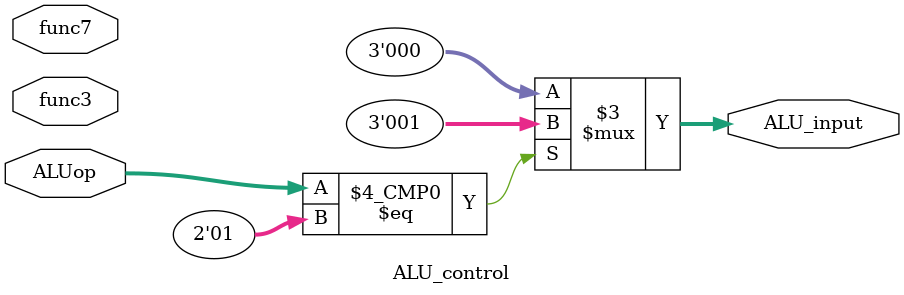
<source format=v>
`timescale 1ns / 1ps

//控制ALU的计算模式
module ALU_control(
    input [1:0] ALUop,
    input [6:0] func7,
    input [2:0] func3,
    output reg [2:0] ALU_input
    );
    always @(*) 
    begin
        case (ALUop)
            2'b01: ALU_input=3'd1;//只有beq需要减法器，其他都需要加法器
            default: ALU_input=3'd0;
        endcase   
    end
endmodule

</source>
